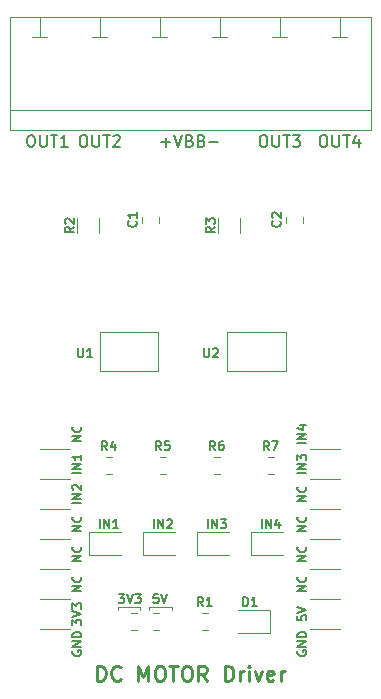
<source format=gbr>
G04 #@! TF.GenerationSoftware,KiCad,Pcbnew,(5.1.5)-3*
G04 #@! TF.CreationDate,2020-05-08T19:39:07+02:00*
G04 #@! TF.ProjectId,DRV8870 BDC Motor Driver,44525638-3837-4302-9042-4443204d6f74,rev?*
G04 #@! TF.SameCoordinates,Original*
G04 #@! TF.FileFunction,Legend,Top*
G04 #@! TF.FilePolarity,Positive*
%FSLAX46Y46*%
G04 Gerber Fmt 4.6, Leading zero omitted, Abs format (unit mm)*
G04 Created by KiCad (PCBNEW (5.1.5)-3) date 2020-05-08 19:39:07*
%MOMM*%
%LPD*%
G04 APERTURE LIST*
%ADD10C,0.150000*%
%ADD11C,0.120000*%
%ADD12C,0.254000*%
G04 APERTURE END LIST*
D10*
X150923809Y-80097380D02*
X151114285Y-80097380D01*
X151209523Y-80145000D01*
X151304761Y-80240238D01*
X151352380Y-80430714D01*
X151352380Y-80764047D01*
X151304761Y-80954523D01*
X151209523Y-81049761D01*
X151114285Y-81097380D01*
X150923809Y-81097380D01*
X150828571Y-81049761D01*
X150733333Y-80954523D01*
X150685714Y-80764047D01*
X150685714Y-80430714D01*
X150733333Y-80240238D01*
X150828571Y-80145000D01*
X150923809Y-80097380D01*
X151780952Y-80097380D02*
X151780952Y-80906904D01*
X151828571Y-81002142D01*
X151876190Y-81049761D01*
X151971428Y-81097380D01*
X152161904Y-81097380D01*
X152257142Y-81049761D01*
X152304761Y-81002142D01*
X152352380Y-80906904D01*
X152352380Y-80097380D01*
X152685714Y-80097380D02*
X153257142Y-80097380D01*
X152971428Y-81097380D02*
X152971428Y-80097380D01*
X154019047Y-80430714D02*
X154019047Y-81097380D01*
X153780952Y-80049761D02*
X153542857Y-80764047D01*
X154161904Y-80764047D01*
X145843809Y-80097380D02*
X146034285Y-80097380D01*
X146129523Y-80145000D01*
X146224761Y-80240238D01*
X146272380Y-80430714D01*
X146272380Y-80764047D01*
X146224761Y-80954523D01*
X146129523Y-81049761D01*
X146034285Y-81097380D01*
X145843809Y-81097380D01*
X145748571Y-81049761D01*
X145653333Y-80954523D01*
X145605714Y-80764047D01*
X145605714Y-80430714D01*
X145653333Y-80240238D01*
X145748571Y-80145000D01*
X145843809Y-80097380D01*
X146700952Y-80097380D02*
X146700952Y-80906904D01*
X146748571Y-81002142D01*
X146796190Y-81049761D01*
X146891428Y-81097380D01*
X147081904Y-81097380D01*
X147177142Y-81049761D01*
X147224761Y-81002142D01*
X147272380Y-80906904D01*
X147272380Y-80097380D01*
X147605714Y-80097380D02*
X148177142Y-80097380D01*
X147891428Y-81097380D02*
X147891428Y-80097380D01*
X148415238Y-80097380D02*
X149034285Y-80097380D01*
X148700952Y-80478333D01*
X148843809Y-80478333D01*
X148939047Y-80525952D01*
X148986666Y-80573571D01*
X149034285Y-80668809D01*
X149034285Y-80906904D01*
X148986666Y-81002142D01*
X148939047Y-81049761D01*
X148843809Y-81097380D01*
X148558095Y-81097380D01*
X148462857Y-81049761D01*
X148415238Y-81002142D01*
X130603809Y-80097380D02*
X130794285Y-80097380D01*
X130889523Y-80145000D01*
X130984761Y-80240238D01*
X131032380Y-80430714D01*
X131032380Y-80764047D01*
X130984761Y-80954523D01*
X130889523Y-81049761D01*
X130794285Y-81097380D01*
X130603809Y-81097380D01*
X130508571Y-81049761D01*
X130413333Y-80954523D01*
X130365714Y-80764047D01*
X130365714Y-80430714D01*
X130413333Y-80240238D01*
X130508571Y-80145000D01*
X130603809Y-80097380D01*
X131460952Y-80097380D02*
X131460952Y-80906904D01*
X131508571Y-81002142D01*
X131556190Y-81049761D01*
X131651428Y-81097380D01*
X131841904Y-81097380D01*
X131937142Y-81049761D01*
X131984761Y-81002142D01*
X132032380Y-80906904D01*
X132032380Y-80097380D01*
X132365714Y-80097380D02*
X132937142Y-80097380D01*
X132651428Y-81097380D02*
X132651428Y-80097380D01*
X133222857Y-80192619D02*
X133270476Y-80145000D01*
X133365714Y-80097380D01*
X133603809Y-80097380D01*
X133699047Y-80145000D01*
X133746666Y-80192619D01*
X133794285Y-80287857D01*
X133794285Y-80383095D01*
X133746666Y-80525952D01*
X133175238Y-81097380D01*
X133794285Y-81097380D01*
X126158809Y-80097380D02*
X126349285Y-80097380D01*
X126444523Y-80145000D01*
X126539761Y-80240238D01*
X126587380Y-80430714D01*
X126587380Y-80764047D01*
X126539761Y-80954523D01*
X126444523Y-81049761D01*
X126349285Y-81097380D01*
X126158809Y-81097380D01*
X126063571Y-81049761D01*
X125968333Y-80954523D01*
X125920714Y-80764047D01*
X125920714Y-80430714D01*
X125968333Y-80240238D01*
X126063571Y-80145000D01*
X126158809Y-80097380D01*
X127015952Y-80097380D02*
X127015952Y-80906904D01*
X127063571Y-81002142D01*
X127111190Y-81049761D01*
X127206428Y-81097380D01*
X127396904Y-81097380D01*
X127492142Y-81049761D01*
X127539761Y-81002142D01*
X127587380Y-80906904D01*
X127587380Y-80097380D01*
X127920714Y-80097380D02*
X128492142Y-80097380D01*
X128206428Y-81097380D02*
X128206428Y-80097380D01*
X129349285Y-81097380D02*
X128777857Y-81097380D01*
X129063571Y-81097380D02*
X129063571Y-80097380D01*
X128968333Y-80240238D01*
X128873095Y-80335476D01*
X128777857Y-80383095D01*
X137271428Y-80716428D02*
X138033333Y-80716428D01*
X137652380Y-81097380D02*
X137652380Y-80335476D01*
X138366666Y-80097380D02*
X138700000Y-81097380D01*
X139033333Y-80097380D01*
X139700000Y-80573571D02*
X139842857Y-80621190D01*
X139890476Y-80668809D01*
X139938095Y-80764047D01*
X139938095Y-80906904D01*
X139890476Y-81002142D01*
X139842857Y-81049761D01*
X139747619Y-81097380D01*
X139366666Y-81097380D01*
X139366666Y-80097380D01*
X139700000Y-80097380D01*
X139795238Y-80145000D01*
X139842857Y-80192619D01*
X139890476Y-80287857D01*
X139890476Y-80383095D01*
X139842857Y-80478333D01*
X139795238Y-80525952D01*
X139700000Y-80573571D01*
X139366666Y-80573571D01*
X140700000Y-80573571D02*
X140842857Y-80621190D01*
X140890476Y-80668809D01*
X140938095Y-80764047D01*
X140938095Y-80906904D01*
X140890476Y-81002142D01*
X140842857Y-81049761D01*
X140747619Y-81097380D01*
X140366666Y-81097380D01*
X140366666Y-80097380D01*
X140700000Y-80097380D01*
X140795238Y-80145000D01*
X140842857Y-80192619D01*
X140890476Y-80287857D01*
X140890476Y-80383095D01*
X140842857Y-80478333D01*
X140795238Y-80525952D01*
X140700000Y-80573571D01*
X140366666Y-80573571D01*
X141366666Y-80716428D02*
X142128571Y-80716428D01*
D11*
X138176000Y-120015000D02*
X138176000Y-120269000D01*
X136271000Y-120015000D02*
X138176000Y-120015000D01*
X136271000Y-120269000D02*
X136271000Y-120015000D01*
X135509000Y-120015000D02*
X135509000Y-120269000D01*
X133604000Y-120015000D02*
X135509000Y-120015000D01*
X133604000Y-120269000D02*
X133604000Y-120015000D01*
D12*
X131838095Y-126304523D02*
X131838095Y-125034523D01*
X132140476Y-125034523D01*
X132321904Y-125095000D01*
X132442857Y-125215952D01*
X132503333Y-125336904D01*
X132563809Y-125578809D01*
X132563809Y-125760238D01*
X132503333Y-126002142D01*
X132442857Y-126123095D01*
X132321904Y-126244047D01*
X132140476Y-126304523D01*
X131838095Y-126304523D01*
X133833809Y-126183571D02*
X133773333Y-126244047D01*
X133591904Y-126304523D01*
X133470952Y-126304523D01*
X133289523Y-126244047D01*
X133168571Y-126123095D01*
X133108095Y-126002142D01*
X133047619Y-125760238D01*
X133047619Y-125578809D01*
X133108095Y-125336904D01*
X133168571Y-125215952D01*
X133289523Y-125095000D01*
X133470952Y-125034523D01*
X133591904Y-125034523D01*
X133773333Y-125095000D01*
X133833809Y-125155476D01*
X135345714Y-126304523D02*
X135345714Y-125034523D01*
X135769047Y-125941666D01*
X136192380Y-125034523D01*
X136192380Y-126304523D01*
X137039047Y-125034523D02*
X137280952Y-125034523D01*
X137401904Y-125095000D01*
X137522857Y-125215952D01*
X137583333Y-125457857D01*
X137583333Y-125881190D01*
X137522857Y-126123095D01*
X137401904Y-126244047D01*
X137280952Y-126304523D01*
X137039047Y-126304523D01*
X136918095Y-126244047D01*
X136797142Y-126123095D01*
X136736666Y-125881190D01*
X136736666Y-125457857D01*
X136797142Y-125215952D01*
X136918095Y-125095000D01*
X137039047Y-125034523D01*
X137946190Y-125034523D02*
X138671904Y-125034523D01*
X138309047Y-126304523D02*
X138309047Y-125034523D01*
X139337142Y-125034523D02*
X139579047Y-125034523D01*
X139700000Y-125095000D01*
X139820952Y-125215952D01*
X139881428Y-125457857D01*
X139881428Y-125881190D01*
X139820952Y-126123095D01*
X139700000Y-126244047D01*
X139579047Y-126304523D01*
X139337142Y-126304523D01*
X139216190Y-126244047D01*
X139095238Y-126123095D01*
X139034761Y-125881190D01*
X139034761Y-125457857D01*
X139095238Y-125215952D01*
X139216190Y-125095000D01*
X139337142Y-125034523D01*
X141151428Y-126304523D02*
X140728095Y-125699761D01*
X140425714Y-126304523D02*
X140425714Y-125034523D01*
X140909523Y-125034523D01*
X141030476Y-125095000D01*
X141090952Y-125155476D01*
X141151428Y-125276428D01*
X141151428Y-125457857D01*
X141090952Y-125578809D01*
X141030476Y-125639285D01*
X140909523Y-125699761D01*
X140425714Y-125699761D01*
X142663333Y-126304523D02*
X142663333Y-125034523D01*
X142965714Y-125034523D01*
X143147142Y-125095000D01*
X143268095Y-125215952D01*
X143328571Y-125336904D01*
X143389047Y-125578809D01*
X143389047Y-125760238D01*
X143328571Y-126002142D01*
X143268095Y-126123095D01*
X143147142Y-126244047D01*
X142965714Y-126304523D01*
X142663333Y-126304523D01*
X143933333Y-126304523D02*
X143933333Y-125457857D01*
X143933333Y-125699761D02*
X143993809Y-125578809D01*
X144054285Y-125518333D01*
X144175238Y-125457857D01*
X144296190Y-125457857D01*
X144719523Y-126304523D02*
X144719523Y-125457857D01*
X144719523Y-125034523D02*
X144659047Y-125095000D01*
X144719523Y-125155476D01*
X144780000Y-125095000D01*
X144719523Y-125034523D01*
X144719523Y-125155476D01*
X145203333Y-125457857D02*
X145505714Y-126304523D01*
X145808095Y-125457857D01*
X146775714Y-126244047D02*
X146654761Y-126304523D01*
X146412857Y-126304523D01*
X146291904Y-126244047D01*
X146231428Y-126123095D01*
X146231428Y-125639285D01*
X146291904Y-125518333D01*
X146412857Y-125457857D01*
X146654761Y-125457857D01*
X146775714Y-125518333D01*
X146836190Y-125639285D01*
X146836190Y-125760238D01*
X146231428Y-125881190D01*
X147380476Y-126304523D02*
X147380476Y-125457857D01*
X147380476Y-125699761D02*
X147440952Y-125578809D01*
X147501428Y-125518333D01*
X147622380Y-125457857D01*
X147743333Y-125457857D01*
D10*
X137014857Y-118962714D02*
X136652000Y-118962714D01*
X136615714Y-119325571D01*
X136652000Y-119289285D01*
X136724571Y-119253000D01*
X136906000Y-119253000D01*
X136978571Y-119289285D01*
X137014857Y-119325571D01*
X137051142Y-119398142D01*
X137051142Y-119579571D01*
X137014857Y-119652142D01*
X136978571Y-119688428D01*
X136906000Y-119724714D01*
X136724571Y-119724714D01*
X136652000Y-119688428D01*
X136615714Y-119652142D01*
X137268857Y-118962714D02*
X137522857Y-119724714D01*
X137776857Y-118962714D01*
X133676571Y-118962714D02*
X134148285Y-118962714D01*
X133894285Y-119253000D01*
X134003142Y-119253000D01*
X134075714Y-119289285D01*
X134112000Y-119325571D01*
X134148285Y-119398142D01*
X134148285Y-119579571D01*
X134112000Y-119652142D01*
X134075714Y-119688428D01*
X134003142Y-119724714D01*
X133785428Y-119724714D01*
X133712857Y-119688428D01*
X133676571Y-119652142D01*
X134366000Y-118962714D02*
X134620000Y-119724714D01*
X134874000Y-118962714D01*
X135055428Y-118962714D02*
X135527142Y-118962714D01*
X135273142Y-119253000D01*
X135382000Y-119253000D01*
X135454571Y-119289285D01*
X135490857Y-119325571D01*
X135527142Y-119398142D01*
X135527142Y-119579571D01*
X135490857Y-119652142D01*
X135454571Y-119688428D01*
X135382000Y-119724714D01*
X135164285Y-119724714D01*
X135091714Y-119688428D01*
X135055428Y-119652142D01*
X130519714Y-118708714D02*
X129757714Y-118708714D01*
X130519714Y-118273285D01*
X129757714Y-118273285D01*
X130447142Y-117475000D02*
X130483428Y-117511285D01*
X130519714Y-117620142D01*
X130519714Y-117692714D01*
X130483428Y-117801571D01*
X130410857Y-117874142D01*
X130338285Y-117910428D01*
X130193142Y-117946714D01*
X130084285Y-117946714D01*
X129939142Y-117910428D01*
X129866571Y-117874142D01*
X129794000Y-117801571D01*
X129757714Y-117692714D01*
X129757714Y-117620142D01*
X129794000Y-117511285D01*
X129830285Y-117475000D01*
X130519714Y-116168714D02*
X129757714Y-116168714D01*
X130519714Y-115733285D01*
X129757714Y-115733285D01*
X130447142Y-114935000D02*
X130483428Y-114971285D01*
X130519714Y-115080142D01*
X130519714Y-115152714D01*
X130483428Y-115261571D01*
X130410857Y-115334142D01*
X130338285Y-115370428D01*
X130193142Y-115406714D01*
X130084285Y-115406714D01*
X129939142Y-115370428D01*
X129866571Y-115334142D01*
X129794000Y-115261571D01*
X129757714Y-115152714D01*
X129757714Y-115080142D01*
X129794000Y-114971285D01*
X129830285Y-114935000D01*
X130519714Y-113628714D02*
X129757714Y-113628714D01*
X130519714Y-113193285D01*
X129757714Y-113193285D01*
X130447142Y-112395000D02*
X130483428Y-112431285D01*
X130519714Y-112540142D01*
X130519714Y-112612714D01*
X130483428Y-112721571D01*
X130410857Y-112794142D01*
X130338285Y-112830428D01*
X130193142Y-112866714D01*
X130084285Y-112866714D01*
X129939142Y-112830428D01*
X129866571Y-112794142D01*
X129794000Y-112721571D01*
X129757714Y-112612714D01*
X129757714Y-112540142D01*
X129794000Y-112431285D01*
X129830285Y-112395000D01*
X130519714Y-106008714D02*
X129757714Y-106008714D01*
X130519714Y-105573285D01*
X129757714Y-105573285D01*
X130447142Y-104775000D02*
X130483428Y-104811285D01*
X130519714Y-104920142D01*
X130519714Y-104992714D01*
X130483428Y-105101571D01*
X130410857Y-105174142D01*
X130338285Y-105210428D01*
X130193142Y-105246714D01*
X130084285Y-105246714D01*
X129939142Y-105210428D01*
X129866571Y-105174142D01*
X129794000Y-105101571D01*
X129757714Y-104992714D01*
X129757714Y-104920142D01*
X129794000Y-104811285D01*
X129830285Y-104775000D01*
X149569714Y-118708714D02*
X148807714Y-118708714D01*
X149569714Y-118273285D01*
X148807714Y-118273285D01*
X149497142Y-117475000D02*
X149533428Y-117511285D01*
X149569714Y-117620142D01*
X149569714Y-117692714D01*
X149533428Y-117801571D01*
X149460857Y-117874142D01*
X149388285Y-117910428D01*
X149243142Y-117946714D01*
X149134285Y-117946714D01*
X148989142Y-117910428D01*
X148916571Y-117874142D01*
X148844000Y-117801571D01*
X148807714Y-117692714D01*
X148807714Y-117620142D01*
X148844000Y-117511285D01*
X148880285Y-117475000D01*
X149569714Y-116168714D02*
X148807714Y-116168714D01*
X149569714Y-115733285D01*
X148807714Y-115733285D01*
X149497142Y-114935000D02*
X149533428Y-114971285D01*
X149569714Y-115080142D01*
X149569714Y-115152714D01*
X149533428Y-115261571D01*
X149460857Y-115334142D01*
X149388285Y-115370428D01*
X149243142Y-115406714D01*
X149134285Y-115406714D01*
X148989142Y-115370428D01*
X148916571Y-115334142D01*
X148844000Y-115261571D01*
X148807714Y-115152714D01*
X148807714Y-115080142D01*
X148844000Y-114971285D01*
X148880285Y-114935000D01*
X149569714Y-113628714D02*
X148807714Y-113628714D01*
X149569714Y-113193285D01*
X148807714Y-113193285D01*
X149497142Y-112395000D02*
X149533428Y-112431285D01*
X149569714Y-112540142D01*
X149569714Y-112612714D01*
X149533428Y-112721571D01*
X149460857Y-112794142D01*
X149388285Y-112830428D01*
X149243142Y-112866714D01*
X149134285Y-112866714D01*
X148989142Y-112830428D01*
X148916571Y-112794142D01*
X148844000Y-112721571D01*
X148807714Y-112612714D01*
X148807714Y-112540142D01*
X148844000Y-112431285D01*
X148880285Y-112395000D01*
X149569714Y-111088714D02*
X148807714Y-111088714D01*
X149569714Y-110653285D01*
X148807714Y-110653285D01*
X149497142Y-109855000D02*
X149533428Y-109891285D01*
X149569714Y-110000142D01*
X149569714Y-110072714D01*
X149533428Y-110181571D01*
X149460857Y-110254142D01*
X149388285Y-110290428D01*
X149243142Y-110326714D01*
X149134285Y-110326714D01*
X148989142Y-110290428D01*
X148916571Y-110254142D01*
X148844000Y-110181571D01*
X148807714Y-110072714D01*
X148807714Y-110000142D01*
X148844000Y-109891285D01*
X148880285Y-109855000D01*
X149569714Y-106172000D02*
X148807714Y-106172000D01*
X149569714Y-105809142D02*
X148807714Y-105809142D01*
X149569714Y-105373714D01*
X148807714Y-105373714D01*
X149061714Y-104684285D02*
X149569714Y-104684285D01*
X148771428Y-104865714D02*
X149315714Y-105047142D01*
X149315714Y-104575428D01*
X149569714Y-108712000D02*
X148807714Y-108712000D01*
X149569714Y-108349142D02*
X148807714Y-108349142D01*
X149569714Y-107913714D01*
X148807714Y-107913714D01*
X148807714Y-107623428D02*
X148807714Y-107151714D01*
X149098000Y-107405714D01*
X149098000Y-107296857D01*
X149134285Y-107224285D01*
X149170571Y-107188000D01*
X149243142Y-107151714D01*
X149424571Y-107151714D01*
X149497142Y-107188000D01*
X149533428Y-107224285D01*
X149569714Y-107296857D01*
X149569714Y-107514571D01*
X149533428Y-107587142D01*
X149497142Y-107623428D01*
X130519714Y-111252000D02*
X129757714Y-111252000D01*
X130519714Y-110889142D02*
X129757714Y-110889142D01*
X130519714Y-110453714D01*
X129757714Y-110453714D01*
X129830285Y-110127142D02*
X129794000Y-110090857D01*
X129757714Y-110018285D01*
X129757714Y-109836857D01*
X129794000Y-109764285D01*
X129830285Y-109728000D01*
X129902857Y-109691714D01*
X129975428Y-109691714D01*
X130084285Y-109728000D01*
X130519714Y-110163428D01*
X130519714Y-109691714D01*
X130519714Y-108712000D02*
X129757714Y-108712000D01*
X130519714Y-108349142D02*
X129757714Y-108349142D01*
X130519714Y-107913714D01*
X129757714Y-107913714D01*
X130519714Y-107151714D02*
X130519714Y-107587142D01*
X130519714Y-107369428D02*
X129757714Y-107369428D01*
X129866571Y-107442000D01*
X129939142Y-107514571D01*
X129975428Y-107587142D01*
X148807714Y-120795142D02*
X148807714Y-121158000D01*
X149170571Y-121194285D01*
X149134285Y-121158000D01*
X149098000Y-121085428D01*
X149098000Y-120904000D01*
X149134285Y-120831428D01*
X149170571Y-120795142D01*
X149243142Y-120758857D01*
X149424571Y-120758857D01*
X149497142Y-120795142D01*
X149533428Y-120831428D01*
X149569714Y-120904000D01*
X149569714Y-121085428D01*
X149533428Y-121158000D01*
X149497142Y-121194285D01*
X148807714Y-120541142D02*
X149569714Y-120287142D01*
X148807714Y-120033142D01*
X129757714Y-121593428D02*
X129757714Y-121121714D01*
X130048000Y-121375714D01*
X130048000Y-121266857D01*
X130084285Y-121194285D01*
X130120571Y-121158000D01*
X130193142Y-121121714D01*
X130374571Y-121121714D01*
X130447142Y-121158000D01*
X130483428Y-121194285D01*
X130519714Y-121266857D01*
X130519714Y-121484571D01*
X130483428Y-121557142D01*
X130447142Y-121593428D01*
X129757714Y-120904000D02*
X130519714Y-120650000D01*
X129757714Y-120396000D01*
X129757714Y-120214571D02*
X129757714Y-119742857D01*
X130048000Y-119996857D01*
X130048000Y-119888000D01*
X130084285Y-119815428D01*
X130120571Y-119779142D01*
X130193142Y-119742857D01*
X130374571Y-119742857D01*
X130447142Y-119779142D01*
X130483428Y-119815428D01*
X130519714Y-119888000D01*
X130519714Y-120105714D01*
X130483428Y-120178285D01*
X130447142Y-120214571D01*
X148844000Y-123770571D02*
X148807714Y-123843142D01*
X148807714Y-123952000D01*
X148844000Y-124060857D01*
X148916571Y-124133428D01*
X148989142Y-124169714D01*
X149134285Y-124206000D01*
X149243142Y-124206000D01*
X149388285Y-124169714D01*
X149460857Y-124133428D01*
X149533428Y-124060857D01*
X149569714Y-123952000D01*
X149569714Y-123879428D01*
X149533428Y-123770571D01*
X149497142Y-123734285D01*
X149243142Y-123734285D01*
X149243142Y-123879428D01*
X149569714Y-123407714D02*
X148807714Y-123407714D01*
X149569714Y-122972285D01*
X148807714Y-122972285D01*
X149569714Y-122609428D02*
X148807714Y-122609428D01*
X148807714Y-122428000D01*
X148844000Y-122319142D01*
X148916571Y-122246571D01*
X148989142Y-122210285D01*
X149134285Y-122174000D01*
X149243142Y-122174000D01*
X149388285Y-122210285D01*
X149460857Y-122246571D01*
X149533428Y-122319142D01*
X149569714Y-122428000D01*
X149569714Y-122609428D01*
X129794000Y-123770571D02*
X129757714Y-123843142D01*
X129757714Y-123952000D01*
X129794000Y-124060857D01*
X129866571Y-124133428D01*
X129939142Y-124169714D01*
X130084285Y-124206000D01*
X130193142Y-124206000D01*
X130338285Y-124169714D01*
X130410857Y-124133428D01*
X130483428Y-124060857D01*
X130519714Y-123952000D01*
X130519714Y-123879428D01*
X130483428Y-123770571D01*
X130447142Y-123734285D01*
X130193142Y-123734285D01*
X130193142Y-123879428D01*
X130519714Y-123407714D02*
X129757714Y-123407714D01*
X130519714Y-122972285D01*
X129757714Y-122972285D01*
X130519714Y-122609428D02*
X129757714Y-122609428D01*
X129757714Y-122428000D01*
X129794000Y-122319142D01*
X129866571Y-122246571D01*
X129939142Y-122210285D01*
X130084285Y-122174000D01*
X130193142Y-122174000D01*
X130338285Y-122210285D01*
X130410857Y-122246571D01*
X130483428Y-122319142D01*
X130519714Y-122428000D01*
X130519714Y-122609428D01*
D11*
X152400000Y-106680000D02*
X149860000Y-106680000D01*
X152400000Y-109220000D02*
X149860000Y-109220000D01*
X152400000Y-111760000D02*
X149860000Y-111760000D01*
X152400000Y-114300000D02*
X149860000Y-114300000D01*
X152400000Y-116840000D02*
X149860000Y-116840000D01*
X152400000Y-119380000D02*
X149860000Y-119380000D01*
X152400000Y-121920000D02*
X149860000Y-121920000D01*
X127000000Y-121920000D02*
X129540000Y-121920000D01*
X127000000Y-119380000D02*
X129540000Y-119380000D01*
X127000000Y-116840000D02*
X129540000Y-116840000D01*
X127000000Y-114300000D02*
X129540000Y-114300000D01*
X127000000Y-111760000D02*
X129540000Y-111760000D01*
X127000000Y-109220000D02*
X129540000Y-109220000D01*
X127000000Y-106680000D02*
X129540000Y-106680000D01*
X136560822Y-120575000D02*
X137077978Y-120575000D01*
X136560822Y-121995000D02*
X137077978Y-121995000D01*
X134693922Y-120575000D02*
X135211078Y-120575000D01*
X134693922Y-121995000D02*
X135211078Y-121995000D01*
X132080000Y-100076000D02*
X132080000Y-96774000D01*
X132080000Y-96774000D02*
X137033000Y-96774000D01*
X137033000Y-96774000D02*
X137033000Y-100076000D01*
X137033000Y-100076000D02*
X132080000Y-100076000D01*
X142875000Y-100076000D02*
X142875000Y-96774000D01*
X142875000Y-96774000D02*
X147828000Y-96774000D01*
X147828000Y-96774000D02*
X147828000Y-100076000D01*
X147828000Y-100076000D02*
X142875000Y-100076000D01*
X143780000Y-122245000D02*
X146465000Y-122245000D01*
X146465000Y-122245000D02*
X146465000Y-120325000D01*
X146465000Y-120325000D02*
X143780000Y-120325000D01*
X140711422Y-120575000D02*
X141228578Y-120575000D01*
X140711422Y-121995000D02*
X141228578Y-121995000D01*
X130154000Y-88359064D02*
X130154000Y-87154936D01*
X131974000Y-88359064D02*
X131974000Y-87154936D01*
X143912000Y-88359064D02*
X143912000Y-87154936D01*
X142092000Y-88359064D02*
X142092000Y-87154936D01*
X137108000Y-87507578D02*
X137108000Y-86990422D01*
X135688000Y-87507578D02*
X135688000Y-86990422D01*
X147880000Y-87507578D02*
X147880000Y-86990422D01*
X149300000Y-87507578D02*
X149300000Y-86990422D01*
X142240000Y-70104000D02*
X142240000Y-71755000D01*
X155067000Y-70104000D02*
X155067000Y-79629000D01*
X152400000Y-71755000D02*
X152400000Y-70104000D01*
X147320000Y-70104000D02*
X147320000Y-71755000D01*
X153035000Y-71755000D02*
X151765000Y-71755000D01*
X124460000Y-70104000D02*
X155067000Y-70104000D01*
X124460000Y-77978000D02*
X155067000Y-77978000D01*
X124460000Y-79629000D02*
X124460000Y-70104000D01*
X146685000Y-71755000D02*
X147955000Y-71755000D01*
X136525000Y-71755000D02*
X137795000Y-71755000D01*
X141605000Y-71755000D02*
X142875000Y-71755000D01*
X155067000Y-79629000D02*
X124460000Y-79629000D01*
X137160000Y-70104000D02*
X137160000Y-71755000D01*
X132080000Y-70104000D02*
X132080000Y-71755000D01*
X131445000Y-71755000D02*
X132715000Y-71755000D01*
X127000000Y-70104000D02*
X127000000Y-71755000D01*
X126365000Y-71755000D02*
X127635000Y-71755000D01*
X133842000Y-113721000D02*
X131157000Y-113721000D01*
X131157000Y-113721000D02*
X131157000Y-115641000D01*
X131157000Y-115641000D02*
X133842000Y-115641000D01*
X135729000Y-115641000D02*
X138414000Y-115641000D01*
X135729000Y-113721000D02*
X135729000Y-115641000D01*
X138414000Y-113721000D02*
X135729000Y-113721000D01*
X140301000Y-115641000D02*
X142986000Y-115641000D01*
X140301000Y-113721000D02*
X140301000Y-115641000D01*
X142986000Y-113721000D02*
X140301000Y-113721000D01*
X147558000Y-113721000D02*
X144873000Y-113721000D01*
X144873000Y-113721000D02*
X144873000Y-115641000D01*
X144873000Y-115641000D02*
X147558000Y-115641000D01*
X132583422Y-107367000D02*
X133100578Y-107367000D01*
X132583422Y-108787000D02*
X133100578Y-108787000D01*
X137155422Y-108787000D02*
X137672578Y-108787000D01*
X137155422Y-107367000D02*
X137672578Y-107367000D01*
X141727422Y-107367000D02*
X142244578Y-107367000D01*
X141727422Y-108787000D02*
X142244578Y-108787000D01*
X146299422Y-108787000D02*
X146816578Y-108787000D01*
X146299422Y-107367000D02*
X146816578Y-107367000D01*
D10*
X130229428Y-98134714D02*
X130229428Y-98751571D01*
X130265714Y-98824142D01*
X130302000Y-98860428D01*
X130374571Y-98896714D01*
X130519714Y-98896714D01*
X130592285Y-98860428D01*
X130628571Y-98824142D01*
X130664857Y-98751571D01*
X130664857Y-98134714D01*
X131426857Y-98896714D02*
X130991428Y-98896714D01*
X131209142Y-98896714D02*
X131209142Y-98134714D01*
X131136571Y-98243571D01*
X131064000Y-98316142D01*
X130991428Y-98352428D01*
X140897428Y-98134714D02*
X140897428Y-98751571D01*
X140933714Y-98824142D01*
X140970000Y-98860428D01*
X141042571Y-98896714D01*
X141187714Y-98896714D01*
X141260285Y-98860428D01*
X141296571Y-98824142D01*
X141332857Y-98751571D01*
X141332857Y-98134714D01*
X141659428Y-98207285D02*
X141695714Y-98171000D01*
X141768285Y-98134714D01*
X141949714Y-98134714D01*
X142022285Y-98171000D01*
X142058571Y-98207285D01*
X142094857Y-98279857D01*
X142094857Y-98352428D01*
X142058571Y-98461285D01*
X141623142Y-98896714D01*
X142094857Y-98896714D01*
X144217571Y-119978714D02*
X144217571Y-119216714D01*
X144399000Y-119216714D01*
X144507857Y-119253000D01*
X144580428Y-119325571D01*
X144616714Y-119398142D01*
X144653000Y-119543285D01*
X144653000Y-119652142D01*
X144616714Y-119797285D01*
X144580428Y-119869857D01*
X144507857Y-119942428D01*
X144399000Y-119978714D01*
X144217571Y-119978714D01*
X145378714Y-119978714D02*
X144943285Y-119978714D01*
X145161000Y-119978714D02*
X145161000Y-119216714D01*
X145088428Y-119325571D01*
X145015857Y-119398142D01*
X144943285Y-119434428D01*
X140843000Y-119979714D02*
X140589000Y-119616857D01*
X140407571Y-119979714D02*
X140407571Y-119217714D01*
X140697857Y-119217714D01*
X140770428Y-119254000D01*
X140806714Y-119290285D01*
X140843000Y-119362857D01*
X140843000Y-119471714D01*
X140806714Y-119544285D01*
X140770428Y-119580571D01*
X140697857Y-119616857D01*
X140407571Y-119616857D01*
X141568714Y-119979714D02*
X141133285Y-119979714D01*
X141351000Y-119979714D02*
X141351000Y-119217714D01*
X141278428Y-119326571D01*
X141205857Y-119399142D01*
X141133285Y-119435428D01*
X129884714Y-87884000D02*
X129521857Y-88138000D01*
X129884714Y-88319428D02*
X129122714Y-88319428D01*
X129122714Y-88029142D01*
X129159000Y-87956571D01*
X129195285Y-87920285D01*
X129267857Y-87884000D01*
X129376714Y-87884000D01*
X129449285Y-87920285D01*
X129485571Y-87956571D01*
X129521857Y-88029142D01*
X129521857Y-88319428D01*
X129195285Y-87593714D02*
X129159000Y-87557428D01*
X129122714Y-87484857D01*
X129122714Y-87303428D01*
X129159000Y-87230857D01*
X129195285Y-87194571D01*
X129267857Y-87158285D01*
X129340428Y-87158285D01*
X129449285Y-87194571D01*
X129884714Y-87630000D01*
X129884714Y-87158285D01*
X141822714Y-87884000D02*
X141459857Y-88138000D01*
X141822714Y-88319428D02*
X141060714Y-88319428D01*
X141060714Y-88029142D01*
X141097000Y-87956571D01*
X141133285Y-87920285D01*
X141205857Y-87884000D01*
X141314714Y-87884000D01*
X141387285Y-87920285D01*
X141423571Y-87956571D01*
X141459857Y-88029142D01*
X141459857Y-88319428D01*
X141060714Y-87630000D02*
X141060714Y-87158285D01*
X141351000Y-87412285D01*
X141351000Y-87303428D01*
X141387285Y-87230857D01*
X141423571Y-87194571D01*
X141496142Y-87158285D01*
X141677571Y-87158285D01*
X141750142Y-87194571D01*
X141786428Y-87230857D01*
X141822714Y-87303428D01*
X141822714Y-87521142D01*
X141786428Y-87593714D01*
X141750142Y-87630000D01*
X135146142Y-87376000D02*
X135182428Y-87412285D01*
X135218714Y-87521142D01*
X135218714Y-87593714D01*
X135182428Y-87702571D01*
X135109857Y-87775142D01*
X135037285Y-87811428D01*
X134892142Y-87847714D01*
X134783285Y-87847714D01*
X134638142Y-87811428D01*
X134565571Y-87775142D01*
X134493000Y-87702571D01*
X134456714Y-87593714D01*
X134456714Y-87521142D01*
X134493000Y-87412285D01*
X134529285Y-87376000D01*
X135218714Y-86650285D02*
X135218714Y-87085714D01*
X135218714Y-86868000D02*
X134456714Y-86868000D01*
X134565571Y-86940571D01*
X134638142Y-87013142D01*
X134674428Y-87085714D01*
X147338142Y-87376000D02*
X147374428Y-87412285D01*
X147410714Y-87521142D01*
X147410714Y-87593714D01*
X147374428Y-87702571D01*
X147301857Y-87775142D01*
X147229285Y-87811428D01*
X147084142Y-87847714D01*
X146975285Y-87847714D01*
X146830142Y-87811428D01*
X146757571Y-87775142D01*
X146685000Y-87702571D01*
X146648714Y-87593714D01*
X146648714Y-87521142D01*
X146685000Y-87412285D01*
X146721285Y-87376000D01*
X146721285Y-87085714D02*
X146685000Y-87049428D01*
X146648714Y-86976857D01*
X146648714Y-86795428D01*
X146685000Y-86722857D01*
X146721285Y-86686571D01*
X146793857Y-86650285D01*
X146866428Y-86650285D01*
X146975285Y-86686571D01*
X147410714Y-87122000D01*
X147410714Y-86650285D01*
X132080000Y-113375714D02*
X132080000Y-112613714D01*
X132442857Y-113375714D02*
X132442857Y-112613714D01*
X132878285Y-113375714D01*
X132878285Y-112613714D01*
X133640285Y-113375714D02*
X133204857Y-113375714D01*
X133422571Y-113375714D02*
X133422571Y-112613714D01*
X133350000Y-112722571D01*
X133277428Y-112795142D01*
X133204857Y-112831428D01*
X136652000Y-113375714D02*
X136652000Y-112613714D01*
X137014857Y-113375714D02*
X137014857Y-112613714D01*
X137450285Y-113375714D01*
X137450285Y-112613714D01*
X137776857Y-112686285D02*
X137813142Y-112650000D01*
X137885714Y-112613714D01*
X138067142Y-112613714D01*
X138139714Y-112650000D01*
X138176000Y-112686285D01*
X138212285Y-112758857D01*
X138212285Y-112831428D01*
X138176000Y-112940285D01*
X137740571Y-113375714D01*
X138212285Y-113375714D01*
X141224000Y-113375714D02*
X141224000Y-112613714D01*
X141586857Y-113375714D02*
X141586857Y-112613714D01*
X142022285Y-113375714D01*
X142022285Y-112613714D01*
X142312571Y-112613714D02*
X142784285Y-112613714D01*
X142530285Y-112904000D01*
X142639142Y-112904000D01*
X142711714Y-112940285D01*
X142748000Y-112976571D01*
X142784285Y-113049142D01*
X142784285Y-113230571D01*
X142748000Y-113303142D01*
X142711714Y-113339428D01*
X142639142Y-113375714D01*
X142421428Y-113375714D01*
X142348857Y-113339428D01*
X142312571Y-113303142D01*
X145796000Y-113375714D02*
X145796000Y-112613714D01*
X146158857Y-113375714D02*
X146158857Y-112613714D01*
X146594285Y-113375714D01*
X146594285Y-112613714D01*
X147283714Y-112867714D02*
X147283714Y-113375714D01*
X147102285Y-112577428D02*
X146920857Y-113121714D01*
X147392571Y-113121714D01*
X132715000Y-106771714D02*
X132461000Y-106408857D01*
X132279571Y-106771714D02*
X132279571Y-106009714D01*
X132569857Y-106009714D01*
X132642428Y-106046000D01*
X132678714Y-106082285D01*
X132715000Y-106154857D01*
X132715000Y-106263714D01*
X132678714Y-106336285D01*
X132642428Y-106372571D01*
X132569857Y-106408857D01*
X132279571Y-106408857D01*
X133368142Y-106263714D02*
X133368142Y-106771714D01*
X133186714Y-105973428D02*
X133005285Y-106517714D01*
X133477000Y-106517714D01*
X137287000Y-106771714D02*
X137033000Y-106408857D01*
X136851571Y-106771714D02*
X136851571Y-106009714D01*
X137141857Y-106009714D01*
X137214428Y-106046000D01*
X137250714Y-106082285D01*
X137287000Y-106154857D01*
X137287000Y-106263714D01*
X137250714Y-106336285D01*
X137214428Y-106372571D01*
X137141857Y-106408857D01*
X136851571Y-106408857D01*
X137976428Y-106009714D02*
X137613571Y-106009714D01*
X137577285Y-106372571D01*
X137613571Y-106336285D01*
X137686142Y-106300000D01*
X137867571Y-106300000D01*
X137940142Y-106336285D01*
X137976428Y-106372571D01*
X138012714Y-106445142D01*
X138012714Y-106626571D01*
X137976428Y-106699142D01*
X137940142Y-106735428D01*
X137867571Y-106771714D01*
X137686142Y-106771714D01*
X137613571Y-106735428D01*
X137577285Y-106699142D01*
X141859000Y-106771714D02*
X141605000Y-106408857D01*
X141423571Y-106771714D02*
X141423571Y-106009714D01*
X141713857Y-106009714D01*
X141786428Y-106046000D01*
X141822714Y-106082285D01*
X141859000Y-106154857D01*
X141859000Y-106263714D01*
X141822714Y-106336285D01*
X141786428Y-106372571D01*
X141713857Y-106408857D01*
X141423571Y-106408857D01*
X142512142Y-106009714D02*
X142367000Y-106009714D01*
X142294428Y-106046000D01*
X142258142Y-106082285D01*
X142185571Y-106191142D01*
X142149285Y-106336285D01*
X142149285Y-106626571D01*
X142185571Y-106699142D01*
X142221857Y-106735428D01*
X142294428Y-106771714D01*
X142439571Y-106771714D01*
X142512142Y-106735428D01*
X142548428Y-106699142D01*
X142584714Y-106626571D01*
X142584714Y-106445142D01*
X142548428Y-106372571D01*
X142512142Y-106336285D01*
X142439571Y-106300000D01*
X142294428Y-106300000D01*
X142221857Y-106336285D01*
X142185571Y-106372571D01*
X142149285Y-106445142D01*
X146431000Y-106771714D02*
X146177000Y-106408857D01*
X145995571Y-106771714D02*
X145995571Y-106009714D01*
X146285857Y-106009714D01*
X146358428Y-106046000D01*
X146394714Y-106082285D01*
X146431000Y-106154857D01*
X146431000Y-106263714D01*
X146394714Y-106336285D01*
X146358428Y-106372571D01*
X146285857Y-106408857D01*
X145995571Y-106408857D01*
X146685000Y-106009714D02*
X147193000Y-106009714D01*
X146866428Y-106771714D01*
M02*

</source>
